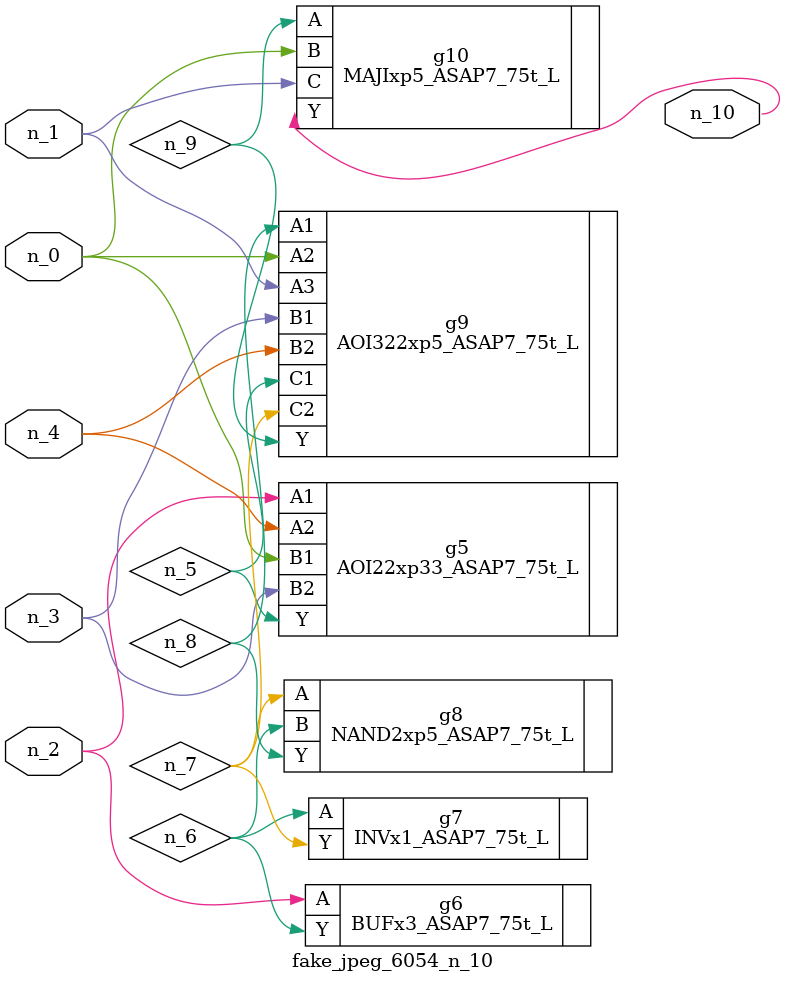
<source format=v>
module fake_jpeg_6054_n_10 (n_3, n_2, n_1, n_0, n_4, n_10);

input n_3;
input n_2;
input n_1;
input n_0;
input n_4;

output n_10;

wire n_8;
wire n_9;
wire n_6;
wire n_5;
wire n_7;

AOI22xp33_ASAP7_75t_L g5 ( 
.A1(n_2),
.A2(n_4),
.B1(n_0),
.B2(n_3),
.Y(n_5)
);

BUFx3_ASAP7_75t_L g6 ( 
.A(n_2),
.Y(n_6)
);

INVx1_ASAP7_75t_L g7 ( 
.A(n_6),
.Y(n_7)
);

NAND2xp5_ASAP7_75t_L g8 ( 
.A(n_7),
.B(n_6),
.Y(n_8)
);

AOI322xp5_ASAP7_75t_L g9 ( 
.A1(n_8),
.A2(n_0),
.A3(n_1),
.B1(n_3),
.B2(n_4),
.C1(n_5),
.C2(n_7),
.Y(n_9)
);

MAJIxp5_ASAP7_75t_L g10 ( 
.A(n_9),
.B(n_0),
.C(n_1),
.Y(n_10)
);


endmodule
</source>
